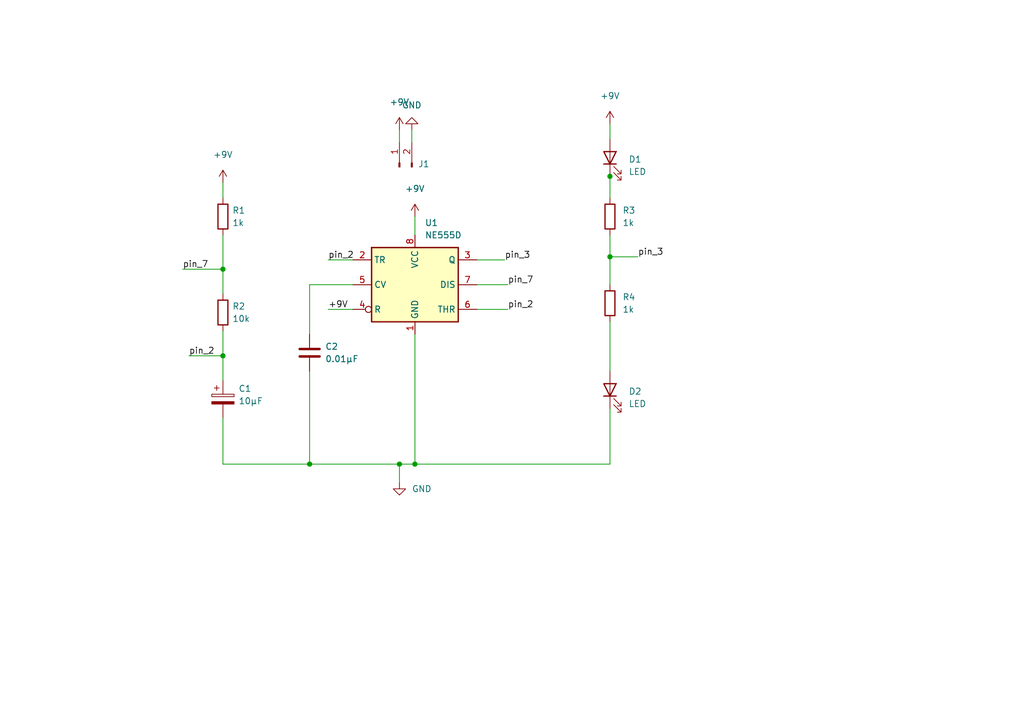
<source format=kicad_sch>
(kicad_sch (version 20211123) (generator eeschema)
  (paper "A5")
  (title_block (title "555 Timer Circuit") (date "2023-04-07") (rev "R0"))
  (lib_symbols
    (symbol "Connector:Conn_01x02_Male" (pin_names (offset 1.016) hide)
      (property "Reference" "J" (at 0 2.54 0))
      (property "Value" "Conn_01x02_Male" (at 0 -5.08 0))
      (symbol "Conn_01x02_Male_1_1"
        (polyline (pts (xy 1.27 -2.54) (xy 0.8636 -2.54)) (stroke (width 0.1524)))
        (polyline (pts (xy 1.27 0) (xy 0.8636 0)) (stroke (width 0.1524)))
        (rectangle (start 0.8636 -2.413) (end 0 -2.667) (stroke (width 0.1524)) (fill (type outline)))
        (rectangle (start 0.8636 0.127) (end 0 -0.127) (stroke (width 0.1524)) (fill (type outline)))
        (pin passive line (at 5.08 0 180) (length 3.81) (name "Pin_1") (number "1"))
        (pin passive line (at 5.08 -2.54 180) (length 3.81) (name "Pin_2") (number "2"))
      )
    )
    (symbol "Device:C" (pin_numbers hide) (pin_names (offset 0.254))
      (property "Reference" "C" (at 0.635 2.54 0))
      (property "Value" "C" (at 0.635 -2.54 0))
      (symbol "C_0_1"
        (polyline (pts (xy -2.032 -0.762) (xy 2.032 -0.762)) (stroke (width 0.508)))
        (polyline (pts (xy -2.032 0.762) (xy 2.032 0.762)) (stroke (width 0.508)))
      )
      (symbol "C_1_1"
        (pin passive line (at 0 3.81 270) (length 2.794) (name "~") (number "1"))
        (pin passive line (at 0 -3.81 90) (length 2.794) (name "~") (number "2"))
      )
    )
    (symbol "Device:C_Polarized" (pin_numbers hide) (pin_names (offset 0.254))
      (property "Reference" "C" (at 0.635 2.54 0))
      (property "Value" "C_Polarized" (at 0.635 -2.54 0))
      (symbol "C_Polarized_0_1"
        (rectangle (start -2.286 0.508) (end 2.286 1.016))
        (polyline (pts (xy -1.778 2.286) (xy -0.762 2.286)))
        (polyline (pts (xy -1.27 2.794) (xy -1.27 1.778)))
        (rectangle (start 2.286 -0.508) (end -2.286 -1.016) (fill (type outline)))
      )
      (symbol "C_Polarized_1_1"
        (pin passive line (at 0 3.81 270) (length 2.794) (name "~") (number "1"))
        (pin passive line (at 0 -3.81 90) (length 2.794) (name "~") (number "2"))
      )
    )
    (symbol "Device:LED" (pin_numbers hide) (pin_names (offset 1.016) hide)
      (property "Reference" "D" (at 0 2.54 0))
      (property "Value" "LED" (at 0 -2.54 0))
      (symbol "LED_0_1"
        (polyline (pts (xy -1.27 -1.27) (xy -1.27 1.27)) (stroke (width 0.254)))
        (polyline (pts (xy -1.27 0) (xy 1.27 0)))
        (polyline (pts (xy 1.27 -1.27) (xy 1.27 1.27) (xy -1.27 0) (xy 1.27 -1.27)) (stroke (width 0.254)))
        (polyline (pts (xy -3.048 -0.762) (xy -4.572 -2.286) (xy -3.81 -2.286) (xy -4.572 -2.286) (xy -4.572 -1.524)))
        (polyline (pts (xy -1.778 -0.762) (xy -3.302 -2.286) (xy -2.54 -2.286) (xy -3.302 -2.286) (xy -3.302 -1.524)))
      )
      (symbol "LED_1_1"
        (pin passive line (at -3.81 0 0) (length 2.54) (name "K") (number "1"))
        (pin passive line (at 3.81 0 180) (length 2.54) (name "A") (number "2"))
      )
    )
    (symbol "Device:R" (pin_numbers hide) (pin_names (offset 0))
      (property "Reference" "R" (at 2.032 0 90))
      (property "Value" "R" (at 0 0 90))
      (symbol "R_0_1"
        (rectangle (start -1.016 -2.54) (end 1.016 2.54) (stroke (width 0.254)))
      )
      (symbol "R_1_1"
        (pin passive line (at 0 3.81 270) (length 1.27) (name "~") (number "1"))
        (pin passive line (at 0 -3.81 90) (length 1.27) (name "~") (number "2"))
      )
    )
    (symbol "Timer:NE555D"
      (property "Reference" "U" (at -10.16 8.89 0))
      (property "Value" "NE555D" (at 2.54 8.89 0))
      (symbol "NE555D_0_0"
        (pin power_in line (at 0 -10.16 90) (length 2.54) (name "GND") (number "1"))
        (pin power_in line (at 0 10.16 270) (length 2.54) (name "VCC") (number "8"))
      )
      (symbol "NE555D_0_1"
        (rectangle (start -8.89 -7.62) (end 8.89 7.62) (stroke (width 0.254)) (fill (type background)))
        (rectangle (start -8.89 -7.62) (end 8.89 7.62) (stroke (width 0.254)) (fill (type background)))
      )
      (symbol "NE555D_1_1"
        (pin input line (at -12.7 5.08 0) (length 3.81) (name "TR") (number "2"))
        (pin output line (at 12.7 5.08 180) (length 3.81) (name "Q") (number "3"))
        (pin input inverted (at -12.7 -5.08 0) (length 3.81) (name "R") (number "4"))
        (pin input line (at -12.7 0 0) (length 3.81) (name "CV") (number "5"))
        (pin input line (at 12.7 -5.08 180) (length 3.81) (name "THR") (number "6"))
        (pin input line (at 12.7 0 180) (length 3.81) (name "DIS") (number "7"))
      )
    )
    (symbol "power:+9V" (power) (pin_names (offset 0))
      (property "Value" "+9V" (at 0 3.556 0))
      (symbol "+9V_0_1"
        (polyline (pts (xy -0.762 1.27) (xy 0 2.54)))
        (polyline (pts (xy 0 0) (xy 0 2.54)))
        (polyline (pts (xy 0 2.54) (xy 0.762 1.27)))
      )
      (symbol "+9V_1_1"
        (pin power_in line (at 0 0 90) (length 0) hide (name "+9V") (number "1"))
      )
    )
    (symbol "power:GND" (power) (pin_names (offset 0))
      (property "Value" "GND" (at 0 -3.81 0))
      (symbol "GND_0_1"
        (polyline (pts (xy 0 0) (xy 0 -1.27) (xy 1.27 -1.27) (xy 0 -2.54) (xy -1.27 -1.27) (xy 0 -1.27)))
      )
      (symbol "GND_1_1"
        (pin power_in line (at 0 0 270) (length 0) hide (name "GND") (number "1"))
      )
    )
  )
  (junction (at 81.915 95.25))
  (junction (at 45.72 55.245))
  (junction (at 63.5 95.25))
  (junction (at 85.09 95.25))
  (junction (at 45.72 73.025))
  (junction (at 125.095 52.705))
  (junction (at 125.095 36.195))
  (wire (pts (xy 85.09 44.45) (xy 85.09 48.26)))
  (wire (pts (xy 45.72 48.26) (xy 45.72 55.245)))
  (wire (pts (xy 97.79 53.34) (xy 103.505 53.34)))
  (wire (pts (xy 67.31 53.34) (xy 72.39 53.34)))
  (wire (pts (xy 125.095 83.82) (xy 125.095 95.25)))
  (wire (pts (xy 125.095 25.4) (xy 125.095 28.575)))
  (wire (pts (xy 125.095 52.705) (xy 125.095 58.42)))
  (wire (pts (xy 125.095 66.04) (xy 125.095 76.2)))
  (wire (pts (xy 72.39 58.42) (xy 63.5 58.42)))
  (wire (pts (xy 45.72 85.725) (xy 45.72 95.25)))
  (wire (pts (xy 63.5 58.42) (xy 63.5 68.58)))
  (wire (pts (xy 67.31 63.5) (xy 72.39 63.5)))
  (wire (pts (xy 45.72 95.25) (xy 63.5 95.25)))
  (wire (pts (xy 125.095 52.705) (xy 130.81 52.705)))
  (wire (pts (xy 45.72 67.945) (xy 45.72 73.025)))
  (wire (pts (xy 125.095 35.56) (xy 125.095 36.195)))
  (wire (pts (xy 84.455 26.67) (xy 84.455 29.21)))
  (wire (pts (xy 81.915 99.06) (xy 81.915 95.25)))
  (wire (pts (xy 85.09 68.58) (xy 85.09 95.25)))
  (wire (pts (xy 37.465 55.245) (xy 45.72 55.245)))
  (wire (pts (xy 97.79 58.42) (xy 104.14 58.42)))
  (wire (pts (xy 81.915 95.25) (xy 85.09 95.25)))
  (wire (pts (xy 125.095 36.195) (xy 125.095 40.64)))
  (wire (pts (xy 125.095 48.26) (xy 125.095 52.705)))
  (wire (pts (xy 45.72 37.465) (xy 45.72 40.64)))
  (wire (pts (xy 63.5 76.2) (xy 63.5 95.25)))
  (wire (pts (xy 63.5 95.25) (xy 81.915 95.25)))
  (wire (pts (xy 45.72 55.245) (xy 45.72 60.325)))
  (wire (pts (xy 81.915 26.67) (xy 81.915 29.21)))
  (wire (pts (xy 38.735 73.025) (xy 45.72 73.025)))
  (wire (pts (xy 45.72 73.025) (xy 45.72 78.105)))
  (wire (pts (xy 85.09 95.25) (xy 125.095 95.25)))
  (wire (pts (xy 97.79 63.5) (xy 104.14 63.5)))
  (label "pin_7" (at 37.465 55.245 0))
  (label "+9V" (at 67.31 63.5 0))
  (label "pin_3" (at 130.81 52.705 0))
  (label "pin_2" (at 67.31 53.34 0))
  (label "pin_2" (at 104.14 63.5 0))
  (label "pin_2" (at 38.735 73.025 0))
  (label "pin_7" (at 104.14 58.42 0))
  (label "pin_3" (at 103.505 53.34 0))
  (symbol (lib_id "power:+9V") (at 45.72 37.465 0) (unit 1)
    (property "Reference" "#PWR0101" (effects hide))
    (property "Value" "+9V" (at 45.72 31.75 0))
  )
  (symbol (lib_id "Device:R") (at 45.72 44.45 0) (unit 1)
    (property "Reference" "R1" (at 47.625 43.1799 0) (effects (justify left)))
    (property "Value" "1k" (at 47.625 45.7199 0) (effects (justify left)))
  )
  (symbol (lib_id "power:GND") (at 81.915 99.06 0) (unit 1)
    (property "Reference" "#PWR0102" (effects hide))
    (property "Value" "GND" (at 84.455 100.3299 0) (effects (justify left)))
  )
  (symbol (lib_id "power:+9V") (at 85.09 44.45 0) (unit 1)
    (property "Reference" "#PWR0103" (effects hide))
    (property "Value" "+9V" (at 85.09 38.735 0))
  )
  (symbol (lib_id "Device:C") (at 63.5 72.39 0) (unit 1)
    (property "Reference" "C2" (at 66.675 71.1199 0) (effects (justify left)))
    (property "Value" "0.01µF" (at 66.675 73.6599 0) (effects (justify left)))
  )
  (symbol (lib_id "Device:R") (at 125.095 44.45 0) (unit 1)
    (property "Reference" "R3" (at 127.635 43.1799 0) (effects (justify left)))
    (property "Value" "1k" (at 127.635 45.7199 0) (effects (justify left)))
  )
  (symbol (lib_id "Device:R") (at 45.72 64.135 180) (unit 1)
    (property "Reference" "R2" (at 47.625 62.8649 0) (effects (justify right)))
    (property "Value" "10k" (at 47.625 65.4049 0) (effects (justify right)))
  )
  (symbol (lib_id "Connector:Conn_01x02_Male") (at 81.915 34.29 90) (unit 1)
    (property "Reference" "J1" (at 85.725 33.6549 90) (effects (justify right)))
    (property "Value" "Conn_01x02_Male" (effects hide))
  )
  (symbol (lib_id "power:+9V") (at 81.915 26.67 0) (unit 1)
    (property "Reference" "#PWR0105" (effects hide))
    (property "Value" "+9V" (at 81.915 20.955 0))
  )
  (symbol (lib_id "Device:R") (at 125.095 62.23 0) (unit 1)
    (property "Reference" "R4" (at 127.635 60.9599 0) (effects (justify left)))
    (property "Value" "1k" (at 127.635 63.4999 0) (effects (justify left)))
  )
  (symbol (lib_id "Device:C_Polarized") (at 45.72 81.915 0) (unit 1)
    (property "Reference" "C1" (at 48.895 79.7559 0) (effects (justify left)))
    (property "Value" "10µF" (at 48.895 82.2959 0) (effects (justify left)))
  )
  (symbol (lib_id "Timer:NE555D") (at 85.09 58.42 0) (unit 1)
    (property "Reference" "U1" (at 87.1094 45.72 0) (effects (justify left)))
    (property "Value" "NE555D" (at 87.1094 48.26 0) (effects (justify left)))
    (property "Footprint" "Package_SO:SOIC-8_3.9x4.9mm_P1.27mm" (effects hide))
    (property "Datasheet" "http://www.ti.com/lit/ds/symlink/ne555.pdf" (effects hide))
  )
  (symbol (lib_id "Device:LED") (at 125.095 32.385 90) (unit 1)
    (property "Reference" "D1" (at 128.905 32.7024 90) (effects (justify right)))
    (property "Value" "LED" (at 128.905 35.2424 90) (effects (justify right)))
  )
  (symbol (lib_id "Device:LED") (at 125.095 80.01 90) (unit 1)
    (property "Reference" "D2" (at 128.905 80.3274 90) (effects (justify right)))
    (property "Value" "LED" (at 128.905 82.8674 90) (effects (justify right)))
  )
  (symbol (lib_id "power:+9V") (at 125.095 25.4 0) (unit 1)
    (property "Reference" "#PWR0106" (effects hide))
    (property "Value" "+9V" (at 125.095 19.685 0))
  )
  (symbol (lib_id "power:GND") (at 84.455 26.67 180) (unit 1)
    (property "Reference" "#PWR0104" (effects hide))
    (property "Value" "GND" (at 84.455 21.59 0))
  )
)
</source>
